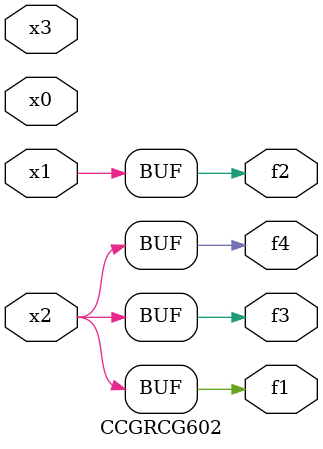
<source format=v>
module CCGRCG602(
	input x0, x1, x2, x3,
	output f1, f2, f3, f4
);
	assign f1 = x2;
	assign f2 = x1;
	assign f3 = x2;
	assign f4 = x2;
endmodule

</source>
